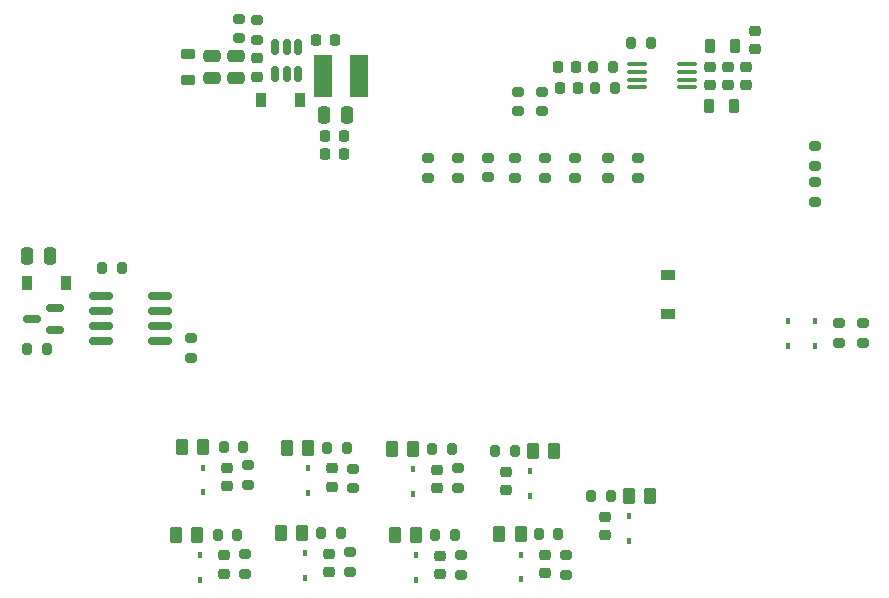
<source format=gtp>
%TF.GenerationSoftware,KiCad,Pcbnew,(6.0.0)*%
%TF.CreationDate,2022-01-05T17:07:16+01:00*%
%TF.ProjectId,soar_audio,736f6172-5f61-4756-9469-6f2e6b696361,rev?*%
%TF.SameCoordinates,Original*%
%TF.FileFunction,Paste,Top*%
%TF.FilePolarity,Positive*%
%FSLAX46Y46*%
G04 Gerber Fmt 4.6, Leading zero omitted, Abs format (unit mm)*
G04 Created by KiCad (PCBNEW (6.0.0)) date 2022-01-05 17:07:16*
%MOMM*%
%LPD*%
G01*
G04 APERTURE LIST*
G04 Aperture macros list*
%AMRoundRect*
0 Rectangle with rounded corners*
0 $1 Rounding radius*
0 $2 $3 $4 $5 $6 $7 $8 $9 X,Y pos of 4 corners*
0 Add a 4 corners polygon primitive as box body*
4,1,4,$2,$3,$4,$5,$6,$7,$8,$9,$2,$3,0*
0 Add four circle primitives for the rounded corners*
1,1,$1+$1,$2,$3*
1,1,$1+$1,$4,$5*
1,1,$1+$1,$6,$7*
1,1,$1+$1,$8,$9*
0 Add four rect primitives between the rounded corners*
20,1,$1+$1,$2,$3,$4,$5,0*
20,1,$1+$1,$4,$5,$6,$7,0*
20,1,$1+$1,$6,$7,$8,$9,0*
20,1,$1+$1,$8,$9,$2,$3,0*%
G04 Aperture macros list end*
%ADD10RoundRect,0.225000X-0.225000X-0.250000X0.225000X-0.250000X0.225000X0.250000X-0.225000X0.250000X0*%
%ADD11RoundRect,0.225000X0.225000X0.250000X-0.225000X0.250000X-0.225000X-0.250000X0.225000X-0.250000X0*%
%ADD12RoundRect,0.200000X-0.275000X0.200000X-0.275000X-0.200000X0.275000X-0.200000X0.275000X0.200000X0*%
%ADD13RoundRect,0.225000X0.250000X-0.225000X0.250000X0.225000X-0.250000X0.225000X-0.250000X-0.225000X0*%
%ADD14RoundRect,0.225000X-0.250000X0.225000X-0.250000X-0.225000X0.250000X-0.225000X0.250000X0.225000X0*%
%ADD15RoundRect,0.150000X0.825000X0.150000X-0.825000X0.150000X-0.825000X-0.150000X0.825000X-0.150000X0*%
%ADD16RoundRect,0.200000X-0.200000X-0.275000X0.200000X-0.275000X0.200000X0.275000X-0.200000X0.275000X0*%
%ADD17RoundRect,0.250000X0.262500X0.450000X-0.262500X0.450000X-0.262500X-0.450000X0.262500X-0.450000X0*%
%ADD18R,0.450000X0.600000*%
%ADD19RoundRect,0.250000X-0.250000X-0.475000X0.250000X-0.475000X0.250000X0.475000X-0.250000X0.475000X0*%
%ADD20RoundRect,0.250000X-0.475000X0.250000X-0.475000X-0.250000X0.475000X-0.250000X0.475000X0.250000X0*%
%ADD21RoundRect,0.250000X-0.262500X-0.450000X0.262500X-0.450000X0.262500X0.450000X-0.262500X0.450000X0*%
%ADD22RoundRect,0.200000X0.275000X-0.200000X0.275000X0.200000X-0.275000X0.200000X-0.275000X-0.200000X0*%
%ADD23R,0.900000X1.200000*%
%ADD24RoundRect,0.100000X-0.712500X-0.100000X0.712500X-0.100000X0.712500X0.100000X-0.712500X0.100000X0*%
%ADD25RoundRect,0.218750X-0.218750X-0.381250X0.218750X-0.381250X0.218750X0.381250X-0.218750X0.381250X0*%
%ADD26RoundRect,0.200000X0.200000X0.275000X-0.200000X0.275000X-0.200000X-0.275000X0.200000X-0.275000X0*%
%ADD27RoundRect,0.250000X0.250000X0.475000X-0.250000X0.475000X-0.250000X-0.475000X0.250000X-0.475000X0*%
%ADD28RoundRect,0.218750X0.381250X-0.218750X0.381250X0.218750X-0.381250X0.218750X-0.381250X-0.218750X0*%
%ADD29RoundRect,0.150000X-0.150000X0.512500X-0.150000X-0.512500X0.150000X-0.512500X0.150000X0.512500X0*%
%ADD30R,1.500000X3.600000*%
%ADD31RoundRect,0.150000X0.587500X0.150000X-0.587500X0.150000X-0.587500X-0.150000X0.587500X-0.150000X0*%
%ADD32R,1.200000X0.900000*%
G04 APERTURE END LIST*
D10*
%TO.C,C10*%
X133337000Y-78486000D03*
X134887000Y-78486000D03*
%TD*%
D11*
%TO.C,C8*%
X134887000Y-80010000D03*
X133337000Y-80010000D03*
%TD*%
D12*
%TO.C,R16*%
X178816000Y-96012000D03*
X178816000Y-94362000D03*
%TD*%
D13*
%TO.C,C21*%
X143002000Y-115596000D03*
X143002000Y-114046000D03*
%TD*%
D14*
%TO.C,C16*%
X169718500Y-69596000D03*
X169718500Y-71146000D03*
%TD*%
D12*
%TO.C,R10*%
X121920000Y-95632000D03*
X121920000Y-97282000D03*
%TD*%
D15*
%TO.C,U3*%
X119315000Y-95885000D03*
X119315000Y-94615000D03*
X119315000Y-93345000D03*
X119315000Y-92075000D03*
X114365000Y-92075000D03*
X114365000Y-93345000D03*
X114365000Y-94615000D03*
X114365000Y-95885000D03*
%TD*%
D13*
%TO.C,C6*%
X124968000Y-108167000D03*
X124968000Y-106617000D03*
%TD*%
D12*
%TO.C,R28*%
X144526000Y-106617000D03*
X144526000Y-108267000D03*
%TD*%
D16*
%TO.C,R33*%
X151384000Y-112205000D03*
X153034000Y-112205000D03*
%TD*%
%TO.C,R12*%
X156193500Y-74422000D03*
X157843500Y-74422000D03*
%TD*%
D17*
%TO.C,R44*%
X152701000Y-105156000D03*
X150876000Y-105156000D03*
%TD*%
D18*
%TO.C,D2*%
X122936000Y-108683000D03*
X122936000Y-106583000D03*
%TD*%
D19*
%TO.C,C1*%
X108082000Y-88646000D03*
X109982000Y-88646000D03*
%TD*%
D18*
%TO.C,D16*%
X140970000Y-116112000D03*
X140970000Y-114012000D03*
%TD*%
D11*
%TO.C,C7*%
X134125000Y-70358000D03*
X132575000Y-70358000D03*
%TD*%
D20*
%TO.C,C4*%
X125730000Y-71694000D03*
X125730000Y-73594000D03*
%TD*%
D21*
%TO.C,R2*%
X121158000Y-104839000D03*
X122983000Y-104839000D03*
%TD*%
D22*
%TO.C,R36*%
X157226000Y-82042000D03*
X157226000Y-80392000D03*
%TD*%
D23*
%TO.C,D3*%
X131190000Y-75438000D03*
X127890000Y-75438000D03*
%TD*%
D18*
%TO.C,D4*%
X159004000Y-112810000D03*
X159004000Y-110710000D03*
%TD*%
D16*
%TO.C,R27*%
X142368000Y-104965000D03*
X144018000Y-104965000D03*
%TD*%
D12*
%TO.C,R34*%
X153670000Y-113983000D03*
X153670000Y-115633000D03*
%TD*%
%TO.C,R19*%
X135382000Y-113729000D03*
X135382000Y-115379000D03*
%TD*%
D17*
%TO.C,R7*%
X160829000Y-108966000D03*
X159004000Y-108966000D03*
%TD*%
D13*
%TO.C,C3*%
X127508000Y-73485000D03*
X127508000Y-71935000D03*
%TD*%
D12*
%TO.C,R40*%
X147066000Y-80329000D03*
X147066000Y-81979000D03*
%TD*%
D16*
%TO.C,R23*%
X133478000Y-104902000D03*
X135128000Y-104902000D03*
%TD*%
D13*
%TO.C,C5*%
X156972000Y-112281000D03*
X156972000Y-110731000D03*
%TD*%
%TO.C,C26*%
X148590000Y-108484000D03*
X148590000Y-106934000D03*
%TD*%
D12*
%TO.C,R41*%
X144526000Y-80392000D03*
X144526000Y-82042000D03*
%TD*%
D24*
%TO.C,U4*%
X159732000Y-72431000D03*
X159732000Y-73081000D03*
X159732000Y-73731000D03*
X159732000Y-74381000D03*
X163957000Y-74381000D03*
X163957000Y-73731000D03*
X163957000Y-73081000D03*
X163957000Y-72431000D03*
%TD*%
D18*
%TO.C,D6*%
X172466000Y-96300000D03*
X172466000Y-94200000D03*
%TD*%
D12*
%TO.C,R46*%
X174752000Y-82424000D03*
X174752000Y-84074000D03*
%TD*%
D11*
%TO.C,C12*%
X154566500Y-72688000D03*
X153016500Y-72688000D03*
%TD*%
D16*
%TO.C,R45*%
X147702000Y-105156000D03*
X149352000Y-105156000D03*
%TD*%
D12*
%TO.C,R24*%
X126492000Y-113920000D03*
X126492000Y-115570000D03*
%TD*%
%TO.C,R35*%
X159766000Y-80392000D03*
X159766000Y-82042000D03*
%TD*%
D20*
%TO.C,C2*%
X123698000Y-71694000D03*
X123698000Y-73594000D03*
%TD*%
D25*
%TO.C,FB4*%
X165908500Y-70866000D03*
X168033500Y-70866000D03*
%TD*%
D12*
%TO.C,R5*%
X125984000Y-68580000D03*
X125984000Y-70230000D03*
%TD*%
D17*
%TO.C,R29*%
X141017000Y-112268000D03*
X139192000Y-112268000D03*
%TD*%
D10*
%TO.C,C11*%
X153182500Y-74422000D03*
X154732500Y-74422000D03*
%TD*%
D12*
%TO.C,R15*%
X176784000Y-96012000D03*
X176784000Y-94362000D03*
%TD*%
D18*
%TO.C,D17*%
X149860000Y-116049000D03*
X149860000Y-113949000D03*
%TD*%
D12*
%TO.C,R9*%
X149606000Y-74758000D03*
X149606000Y-76408000D03*
%TD*%
D16*
%TO.C,R22*%
X124206000Y-112268000D03*
X125856000Y-112268000D03*
%TD*%
D12*
%TO.C,R42*%
X141986000Y-80392000D03*
X141986000Y-82042000D03*
%TD*%
D13*
%TO.C,C17*%
X133604000Y-115405000D03*
X133604000Y-113855000D03*
%TD*%
D21*
%TO.C,R26*%
X138938000Y-104965000D03*
X140763000Y-104965000D03*
%TD*%
D12*
%TO.C,R38*%
X151892000Y-80392000D03*
X151892000Y-82042000D03*
%TD*%
D16*
%TO.C,R30*%
X142622000Y-112268000D03*
X144272000Y-112268000D03*
%TD*%
D26*
%TO.C,R1*%
X109728000Y-96520000D03*
X108078000Y-96520000D03*
%TD*%
D18*
%TO.C,D14*%
X131826000Y-108746000D03*
X131826000Y-106646000D03*
%TD*%
D26*
%TO.C,R13*%
X160891500Y-70612000D03*
X159241500Y-70612000D03*
%TD*%
D18*
%TO.C,D21*%
X150622000Y-109000000D03*
X150622000Y-106900000D03*
%TD*%
D12*
%TO.C,R47*%
X151638000Y-74738000D03*
X151638000Y-76388000D03*
%TD*%
D23*
%TO.C,D1*%
X108078000Y-90932000D03*
X111378000Y-90932000D03*
%TD*%
D13*
%TO.C,C14*%
X165908500Y-74194000D03*
X165908500Y-72644000D03*
%TD*%
D27*
%TO.C,C9*%
X135128000Y-76708000D03*
X133228000Y-76708000D03*
%TD*%
D13*
%TO.C,C18*%
X124714000Y-115570000D03*
X124714000Y-114020000D03*
%TD*%
D12*
%TO.C,R37*%
X154432000Y-80392000D03*
X154432000Y-82042000D03*
%TD*%
D16*
%TO.C,R11*%
X156016500Y-72688000D03*
X157666500Y-72688000D03*
%TD*%
D18*
%TO.C,D13*%
X122682000Y-116112000D03*
X122682000Y-114012000D03*
%TD*%
D12*
%TO.C,R39*%
X149352000Y-80392000D03*
X149352000Y-82042000D03*
%TD*%
D28*
%TO.C,FB1*%
X121666000Y-73726000D03*
X121666000Y-71601000D03*
%TD*%
D13*
%TO.C,C15*%
X168956500Y-74194000D03*
X168956500Y-72644000D03*
%TD*%
D29*
%TO.C,U1*%
X130998000Y-70998500D03*
X130048000Y-70998500D03*
X129098000Y-70998500D03*
X129098000Y-73273500D03*
X130048000Y-73273500D03*
X130998000Y-73273500D03*
%TD*%
D21*
%TO.C,R21*%
X130048000Y-104902000D03*
X131873000Y-104902000D03*
%TD*%
D13*
%TO.C,C19*%
X133858000Y-108204000D03*
X133858000Y-106654000D03*
%TD*%
D30*
%TO.C,L1*%
X133096000Y-73406000D03*
X136146000Y-73406000D03*
%TD*%
D18*
%TO.C,D12*%
X131572000Y-115887000D03*
X131572000Y-113787000D03*
%TD*%
D16*
%TO.C,R8*%
X155830000Y-108966000D03*
X157480000Y-108966000D03*
%TD*%
D13*
%TO.C,C22*%
X151892000Y-115533000D03*
X151892000Y-113983000D03*
%TD*%
D18*
%TO.C,D15*%
X140716000Y-108809000D03*
X140716000Y-106709000D03*
%TD*%
D16*
%TO.C,R18*%
X132970000Y-112077000D03*
X134620000Y-112077000D03*
%TD*%
D18*
%TO.C,D5*%
X174752000Y-96300000D03*
X174752000Y-94200000D03*
%TD*%
D22*
%TO.C,R6*%
X127508000Y-70358000D03*
X127508000Y-68708000D03*
%TD*%
D31*
%TO.C,Q1*%
X110411500Y-94930000D03*
X110411500Y-93030000D03*
X108536500Y-93980000D03*
%TD*%
D21*
%TO.C,R17*%
X129540000Y-112077000D03*
X131365000Y-112077000D03*
%TD*%
D32*
%TO.C,D7*%
X162306000Y-93598000D03*
X162306000Y-90298000D03*
%TD*%
D12*
%TO.C,R43*%
X174752000Y-79376000D03*
X174752000Y-81026000D03*
%TD*%
D13*
%TO.C,C20*%
X142748000Y-108293000D03*
X142748000Y-106743000D03*
%TD*%
D17*
%TO.C,R32*%
X149860000Y-112205000D03*
X148035000Y-112205000D03*
%TD*%
D16*
%TO.C,R14*%
X114428000Y-89662000D03*
X116078000Y-89662000D03*
%TD*%
D25*
%TO.C,FB3*%
X165815500Y-75946000D03*
X167940500Y-75946000D03*
%TD*%
D12*
%TO.C,R4*%
X126746000Y-106363000D03*
X126746000Y-108013000D03*
%TD*%
D13*
%TO.C,C13*%
X167432500Y-74194000D03*
X167432500Y-72644000D03*
%TD*%
D16*
%TO.C,R3*%
X124714000Y-104839000D03*
X126364000Y-104839000D03*
%TD*%
D12*
%TO.C,R31*%
X144780000Y-113983000D03*
X144780000Y-115633000D03*
%TD*%
%TO.C,R25*%
X135636000Y-106680000D03*
X135636000Y-108330000D03*
%TD*%
D21*
%TO.C,R20*%
X120650000Y-112268000D03*
X122475000Y-112268000D03*
%TD*%
M02*

</source>
